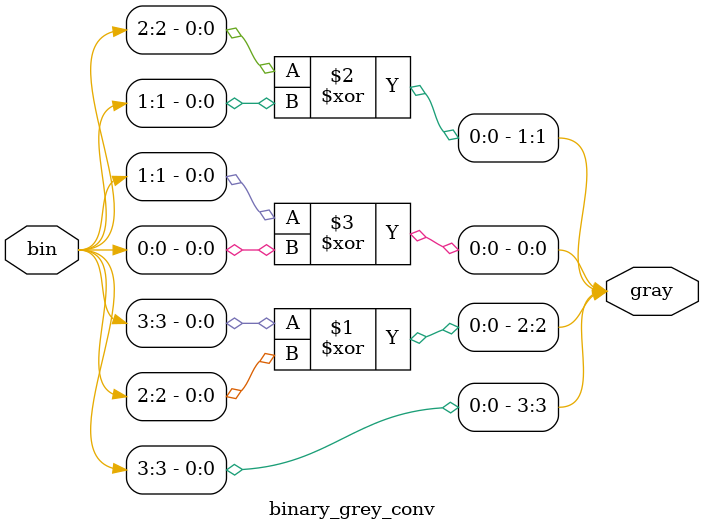
<source format=v>
`timescale 1ns / 1ps

module binary_grey_conv(
input  [3:0]bin,
output [3:0]gray
);

assign gray[3] = bin[3];
assign gray[2] = bin[3] ^ bin[2];
assign gray[1] = bin[2] ^ bin[1];
assign gray[0] = bin[1] ^ bin[0];
endmodule

</source>
